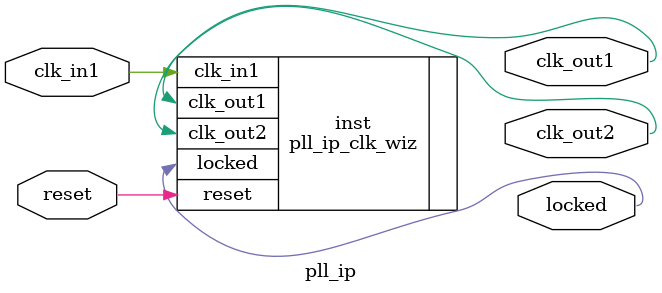
<source format=v>


`timescale 1ps/1ps

(* CORE_GENERATION_INFO = "pll_ip,clk_wiz_v5_4_3_0,{component_name=pll_ip,use_phase_alignment=true,use_min_o_jitter=false,use_max_i_jitter=false,use_dyn_phase_shift=false,use_inclk_switchover=false,use_dyn_reconfig=false,enable_axi=0,feedback_source=FDBK_AUTO,PRIMITIVE=MMCM,num_out_clk=2,clkin1_period=20.000,clkin2_period=10.0,use_power_down=false,use_reset=true,use_locked=true,use_inclk_stopped=false,feedback_type=SINGLE,CLOCK_MGR_TYPE=NA,manual_override=false}" *)

module pll_ip 
 (
  // Clock out ports
  output        clk_out1,
  output        clk_out2,
  // Status and control signals
  input         reset,
  output        locked,
 // Clock in ports
  input         clk_in1
 );

  pll_ip_clk_wiz inst
  (
  // Clock out ports  
  .clk_out1(clk_out1),
  .clk_out2(clk_out2),
  // Status and control signals               
  .reset(reset), 
  .locked(locked),
 // Clock in ports
  .clk_in1(clk_in1)
  );

endmodule

</source>
